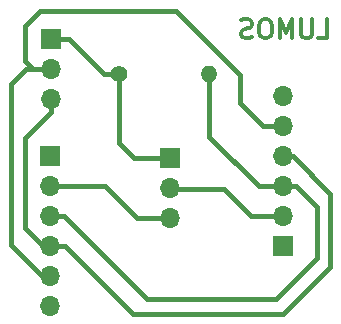
<source format=gtl>
%TF.GenerationSoftware,KiCad,Pcbnew,(6.0.7)*%
%TF.CreationDate,2023-10-13T12:13:47+05:30*%
%TF.ProjectId,serial to UPDI,73657269-616c-4207-946f-20555044492e,rev?*%
%TF.SameCoordinates,Original*%
%TF.FileFunction,Copper,L1,Top*%
%TF.FilePolarity,Positive*%
%FSLAX46Y46*%
G04 Gerber Fmt 4.6, Leading zero omitted, Abs format (unit mm)*
G04 Created by KiCad (PCBNEW (6.0.7)) date 2023-10-13 12:13:47*
%MOMM*%
%LPD*%
G01*
G04 APERTURE LIST*
%ADD10C,0.350000*%
%TA.AperFunction,NonConductor*%
%ADD11C,0.350000*%
%TD*%
%TA.AperFunction,ComponentPad*%
%ADD12R,1.700000X1.700000*%
%TD*%
%TA.AperFunction,ComponentPad*%
%ADD13O,1.700000X1.700000*%
%TD*%
%TA.AperFunction,ComponentPad*%
%ADD14C,1.400000*%
%TD*%
%TA.AperFunction,ComponentPad*%
%ADD15O,1.400000X1.400000*%
%TD*%
%TA.AperFunction,Conductor*%
%ADD16C,0.457200*%
%TD*%
G04 APERTURE END LIST*
D10*
D11*
X162445342Y-99682209D02*
X163207247Y-99682209D01*
X163207247Y-98082209D01*
X161912009Y-98082209D02*
X161912009Y-99377447D01*
X161835819Y-99529828D01*
X161759628Y-99606019D01*
X161607247Y-99682209D01*
X161302485Y-99682209D01*
X161150104Y-99606019D01*
X161073914Y-99529828D01*
X160997723Y-99377447D01*
X160997723Y-98082209D01*
X160235819Y-99682209D02*
X160235819Y-98082209D01*
X159702485Y-99225066D01*
X159169152Y-98082209D01*
X159169152Y-99682209D01*
X158102485Y-98082209D02*
X157797723Y-98082209D01*
X157645342Y-98158400D01*
X157492961Y-98310780D01*
X157416771Y-98615542D01*
X157416771Y-99148876D01*
X157492961Y-99453638D01*
X157645342Y-99606019D01*
X157797723Y-99682209D01*
X158102485Y-99682209D01*
X158254866Y-99606019D01*
X158407247Y-99453638D01*
X158483438Y-99148876D01*
X158483438Y-98615542D01*
X158407247Y-98310780D01*
X158254866Y-98158400D01*
X158102485Y-98082209D01*
X156807247Y-99606019D02*
X156578676Y-99682209D01*
X156197723Y-99682209D01*
X156045342Y-99606019D01*
X155969152Y-99529828D01*
X155892961Y-99377447D01*
X155892961Y-99225066D01*
X155969152Y-99072685D01*
X156045342Y-98996495D01*
X156197723Y-98920304D01*
X156502485Y-98844114D01*
X156654866Y-98767923D01*
X156731057Y-98691733D01*
X156807247Y-98539352D01*
X156807247Y-98386971D01*
X156731057Y-98234590D01*
X156654866Y-98158400D01*
X156502485Y-98082209D01*
X156121533Y-98082209D01*
X155892961Y-98158400D01*
D12*
%TO.P,SW1,1,A*%
%TO.N,Net-(J1-Pad1)*%
X149834600Y-109819200D03*
D13*
%TO.P,SW1,2,B*%
%TO.N,Net-(J3-Pad2)*%
X149834600Y-112359200D03*
%TO.P,SW1,3,C*%
%TO.N,Net-(J2-Pad2)*%
X149834600Y-114899200D03*
%TD*%
D12*
%TO.P,J1,1,Pin_1*%
%TO.N,Net-(J1-Pad1)*%
X139776200Y-99735400D03*
D13*
%TO.P,J1,2,Pin_2*%
%TO.N,/GND*%
X139776200Y-102275400D03*
%TO.P,J1,3,Pin_3*%
%TO.N,/5V*%
X139776200Y-104815400D03*
%TD*%
D12*
%TO.P,J3,1,Pin_1*%
%TO.N,unconnected-(J3-Pad1)*%
X159435800Y-117271800D03*
D13*
%TO.P,J3,2,Pin_2*%
%TO.N,Net-(J3-Pad2)*%
X159435800Y-114731800D03*
%TO.P,J3,3,Pin_3*%
%TO.N,/TX*%
X159435800Y-112191800D03*
%TO.P,J3,4,Pin_4*%
%TO.N,/5V*%
X159435800Y-109651800D03*
%TO.P,J3,5,Pin_5*%
%TO.N,/GND*%
X159435800Y-107111800D03*
%TO.P,J3,6,Pin_6*%
%TO.N,unconnected-(J3-Pad6)*%
X159435800Y-104571800D03*
%TD*%
D14*
%TO.P,R1,1*%
%TO.N,Net-(J1-Pad1)*%
X145567400Y-102722600D03*
D15*
%TO.P,R1,2*%
%TO.N,/TX*%
X153187400Y-102722600D03*
%TD*%
D12*
%TO.P,J2,1,Pin_1*%
%TO.N,unconnected-(J2-Pad1)*%
X139750800Y-109626400D03*
D13*
%TO.P,J2,2,Pin_2*%
%TO.N,Net-(J2-Pad2)*%
X139750800Y-112166400D03*
%TO.P,J2,3,Pin_3*%
%TO.N,/TX*%
X139750800Y-114706400D03*
%TO.P,J2,4,Pin_4*%
%TO.N,/5V*%
X139750800Y-117246400D03*
%TO.P,J2,5,Pin_5*%
%TO.N,/GND*%
X139750800Y-119786400D03*
%TO.P,J2,6,Pin_6*%
%TO.N,unconnected-(J2-Pad6)*%
X139750800Y-122326400D03*
%TD*%
D16*
%TO.N,Net-(J1-Pad1)*%
X145567400Y-108569600D02*
X146817000Y-109819200D01*
X145567400Y-102722600D02*
X145567400Y-108569600D01*
%TO.N,Net-(J2-Pad2)*%
X144373600Y-112166400D02*
X147106400Y-114899200D01*
X139750800Y-112166400D02*
X144373600Y-112166400D01*
X147106400Y-114899200D02*
X149834600Y-114899200D01*
%TO.N,Net-(J3-Pad2)*%
X149921200Y-112445800D02*
X149834600Y-112359200D01*
X154432000Y-112445800D02*
X149921200Y-112445800D01*
X156718000Y-114731800D02*
X154432000Y-112445800D01*
X159435800Y-114731800D02*
X156718000Y-114731800D01*
%TO.N,Net-(J1-Pad1)*%
X146817000Y-109819200D02*
X149834600Y-109819200D01*
X144299300Y-102722600D02*
X145567400Y-102722600D01*
X139776200Y-99735400D02*
X141312100Y-99735400D01*
X141312100Y-99735400D02*
X144299300Y-102722600D01*
%TO.N,/GND*%
X150368000Y-97332800D02*
X138887200Y-97332800D01*
X139750800Y-119786400D02*
X139039600Y-119786400D01*
X139776200Y-102275400D02*
X138240300Y-102275400D01*
X137591800Y-101626900D02*
X138240300Y-102275400D01*
X136398000Y-103530400D02*
X137653000Y-102275400D01*
X155829000Y-102793800D02*
X150368000Y-97332800D01*
X155829000Y-105181400D02*
X155829000Y-102793800D01*
X139039600Y-119786400D02*
X136398000Y-117144800D01*
X157759400Y-107111800D02*
X155829000Y-105181400D01*
X136398000Y-117144800D02*
X136398000Y-103530400D01*
X159435800Y-107111800D02*
X157759400Y-107111800D01*
X137653000Y-102275400D02*
X138240300Y-102275400D01*
X138887200Y-97332800D02*
X137591800Y-98628200D01*
X137591800Y-98628200D02*
X137591800Y-101626900D01*
%TO.N,/5V*%
X163423600Y-119024400D02*
X159461200Y-122986800D01*
X159435800Y-109651800D02*
X160248600Y-109651800D01*
X137617200Y-115722400D02*
X137617200Y-108102400D01*
X163423600Y-112826800D02*
X163423600Y-119024400D01*
X146710400Y-122986800D02*
X140970000Y-117246400D01*
X139776200Y-105943400D02*
X139776200Y-104815400D01*
X159461200Y-122986800D02*
X146710400Y-122986800D01*
X140970000Y-117246400D02*
X139750800Y-117246400D01*
X137617200Y-108102400D02*
X139776200Y-105943400D01*
X139141200Y-117246400D02*
X137617200Y-115722400D01*
X160248600Y-109651800D02*
X163423600Y-112826800D01*
X139750800Y-117246400D02*
X139141200Y-117246400D01*
%TO.N,/TX*%
X153187400Y-108000800D02*
X153187400Y-102722600D01*
X140868400Y-114706400D02*
X147929600Y-121767600D01*
X162331400Y-113995200D02*
X160528000Y-112191800D01*
X162331400Y-118287800D02*
X162331400Y-113995200D01*
X159435800Y-112191800D02*
X157378400Y-112191800D01*
X139750800Y-114706400D02*
X140868400Y-114706400D01*
X158851600Y-121767600D02*
X162331400Y-118287800D01*
X160528000Y-112191800D02*
X159435800Y-112191800D01*
X147929600Y-121767600D02*
X158851600Y-121767600D01*
X157378400Y-112191800D02*
X153187400Y-108000800D01*
%TD*%
M02*

</source>
